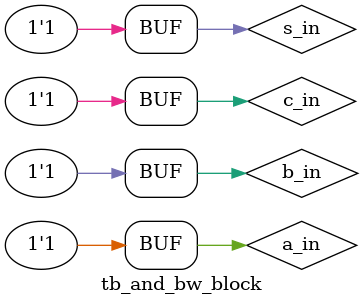
<source format=sv>
`timescale 1 ns/10 ps  // time-unit = 1 ns, precision = 10 ps

module tb_and_bw_block;

logic a_in, b_in, c_in, s_in, c_out, s_out;

and_bw_block DUT (.a_in(a_in), .b_in(b_in), .c_in(c_in), .s_in(s_in), .c_out(c_out), .s_out(s_out));

initial
begin
  a_in = 1'b0;
  b_in = 1'b0;
  c_in = 1'b0;
  s_in = 1'b0;
  #10us;
  a_in = 1'b1;
  b_in = 1'b0;
  c_in = 1'b0;
  s_in = 1'b0;
  #10us;
  a_in = 1'b0;
  b_in = 1'b1;
  c_in = 1'b0;
  s_in = 1'b0;
  #10us;
  a_in = 1'b1;
  b_in = 1'b1;
  c_in = 1'b0;
  s_in = 1'b0;
  #10us;
  a_in = 1'b0;
  b_in = 1'b0;
  c_in = 1'b1;
  s_in = 1'b0;
  #10us;
  a_in = 1'b1;
  b_in = 1'b0;
  c_in = 1'b1;
  s_in = 1'b0;
  #10us;
  a_in = 1'b0;
  b_in = 1'b1;
  c_in = 1'b1;
  s_in = 1'b0;
  #10us;
  a_in = 1'b1;
  b_in = 1'b1;
  c_in = 1'b1;
  s_in = 1'b0;
  #10us;
  a_in = 1'b0;
  b_in = 1'b0;
  c_in = 1'b0;
  s_in = 1'b1;
  #10us;
  a_in = 1'b1;
  b_in = 1'b0;
  c_in = 1'b0;
  s_in = 1'b1;
  #10us;
  a_in = 1'b0;
  b_in = 1'b1;
  c_in = 1'b0;
  s_in = 1'b1;
  #10us;
  a_in = 1'b1;
  b_in = 1'b1;
  c_in = 1'b0;
  s_in = 1'b1;
  #10us;
  a_in = 1'b0;
  b_in = 1'b0;
  c_in = 1'b1;
  s_in = 1'b1;
  #10us;
  a_in = 1'b1;
  b_in = 1'b0;
  c_in = 1'b1;
  s_in = 1'b1;
  #10us;
  a_in = 1'b0;
  b_in = 1'b1;
  c_in = 1'b1;
  s_in = 1'b1;
  #10us;
  a_in = 1'b1;
  b_in = 1'b1;
  c_in = 1'b1;
  s_in = 1'b1;
  #10us;
end

endmodule

</source>
